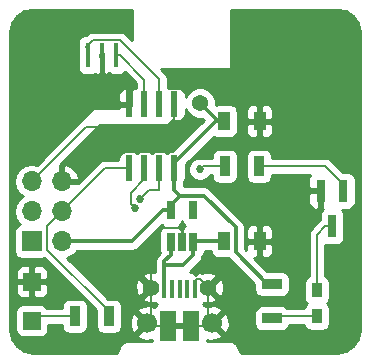
<source format=gbr>
G04 #@! TF.FileFunction,Copper,L1,Top,Signal*
%FSLAX46Y46*%
G04 Gerber Fmt 4.6, Leading zero omitted, Abs format (unit mm)*
G04 Created by KiCad (PCBNEW 4.0.7) date 01/03/18 15:17:12*
%MOMM*%
%LPD*%
G01*
G04 APERTURE LIST*
%ADD10C,0.100000*%
%ADD11R,1.000000X1.600000*%
%ADD12R,1.700000X1.700000*%
%ADD13O,1.700000X1.700000*%
%ADD14R,0.650000X1.560000*%
%ADD15R,0.400000X1.650000*%
%ADD16C,1.400000*%
%ADD17C,1.700000*%
%ADD18R,1.430000X2.500000*%
%ADD19R,0.800000X1.900000*%
%ADD20R,0.900000X1.700000*%
%ADD21R,1.700000X0.900000*%
%ADD22R,0.400000X2.100000*%
%ADD23R,0.480000X2.200000*%
%ADD24R,1.500000X1.500000*%
%ADD25R,0.900000X1.200000*%
%ADD26C,1.371600*%
%ADD27C,0.685800*%
%ADD28C,0.304800*%
%ADD29C,0.152400*%
%ADD30C,0.254000*%
G04 APERTURE END LIST*
D10*
D11*
X163600000Y-124460000D03*
X166600000Y-124460000D03*
X163600000Y-114300000D03*
X166600000Y-114300000D03*
D12*
X147320000Y-124460000D03*
D13*
X149860000Y-124460000D03*
X147320000Y-121920000D03*
X149860000Y-121920000D03*
X147320000Y-119380000D03*
X149860000Y-119380000D03*
D14*
X159070000Y-124540000D03*
X160020000Y-124540000D03*
X160970000Y-124540000D03*
X160970000Y-121840000D03*
X159070000Y-121840000D03*
D15*
X158530000Y-128500000D03*
X159180000Y-128500000D03*
X159830000Y-128500000D03*
X160480000Y-128500000D03*
X161130000Y-128500000D03*
D16*
X157410000Y-128380000D03*
X162250000Y-128380000D03*
D17*
X157100000Y-131380000D03*
X162560000Y-131380000D03*
D18*
X158870000Y-131620000D03*
X160790000Y-131620000D03*
D19*
X173670000Y-120190000D03*
X171770000Y-120190000D03*
X172720000Y-123190000D03*
D20*
X153850000Y-130810000D03*
X150950000Y-130810000D03*
X163650000Y-118110000D03*
X166550000Y-118110000D03*
D21*
X167640000Y-128090000D03*
X167640000Y-130990000D03*
D22*
X152032000Y-108712000D03*
X153232000Y-108712000D03*
X154432000Y-108712000D03*
D23*
X159371624Y-118265776D03*
X159371624Y-112865776D03*
X158101624Y-118265776D03*
X158101624Y-112865776D03*
X156831624Y-118265776D03*
X156831624Y-112865776D03*
X155561624Y-118265776D03*
X155561624Y-112865776D03*
D24*
X147320000Y-131190000D03*
X147320000Y-127890000D03*
D25*
X171450000Y-128610000D03*
X171450000Y-130810000D03*
D26*
X161544000Y-112760000D03*
D27*
X156026509Y-121618983D03*
X161544000Y-118364000D03*
X156464000Y-120904000D03*
D28*
X163600000Y-124460000D02*
X161050000Y-124460000D01*
X161050000Y-124460000D02*
X160970000Y-124540000D01*
X158522799Y-126172001D02*
X158522799Y-126492000D01*
X158522799Y-126492000D02*
X158522799Y-127309239D01*
X160970000Y-124540000D02*
X160970000Y-125624800D01*
X160970000Y-125624800D02*
X160102800Y-126492000D01*
X160102800Y-126492000D02*
X158522799Y-126492000D01*
X159070000Y-124540000D02*
X159070000Y-125624800D01*
X159070000Y-125624800D02*
X158522799Y-126172001D01*
X158522799Y-127309239D02*
X158522799Y-127780141D01*
D29*
X160020000Y-124540000D02*
X160020000Y-123607600D01*
X160020000Y-123607600D02*
X159791399Y-123378999D01*
X159791399Y-123378999D02*
X158440199Y-123378999D01*
X158440199Y-123378999D02*
X157410000Y-124409198D01*
X157410000Y-124409198D02*
X157410000Y-127390051D01*
X157410000Y-127390051D02*
X157410000Y-128380000D01*
X157410000Y-128380000D02*
X157410000Y-131070000D01*
X157410000Y-131070000D02*
X157100000Y-131380000D01*
X160790000Y-131620000D02*
X162320000Y-131620000D01*
X162320000Y-131620000D02*
X162560000Y-131380000D01*
X158870000Y-131620000D02*
X157340000Y-131620000D01*
X157340000Y-131620000D02*
X157100000Y-131380000D01*
X162250000Y-128380000D02*
X162250000Y-131070000D01*
X162250000Y-131070000D02*
X162560000Y-131380000D01*
X161130000Y-128500000D02*
X161130000Y-127875000D01*
X161130000Y-127875000D02*
X161324999Y-127680001D01*
X161550001Y-127680001D02*
X162250000Y-128380000D01*
X161324999Y-127680001D02*
X161550001Y-127680001D01*
D28*
X163600000Y-114300000D02*
X163084000Y-114300000D01*
X163084000Y-114300000D02*
X161544000Y-112760000D01*
X151891999Y-124460000D02*
X149860000Y-124460000D01*
X155820200Y-124460000D02*
X151891999Y-124460000D01*
X158440200Y-121840000D02*
X155820200Y-124460000D01*
X159070000Y-121840000D02*
X158440200Y-121840000D01*
X159385000Y-118270000D02*
X159385000Y-117795000D01*
X162880000Y-114300000D02*
X163600000Y-114300000D01*
X159385000Y-117795000D02*
X162880000Y-114300000D01*
X159852201Y-120602799D02*
X159385000Y-120135598D01*
X159385000Y-120135598D02*
X159385000Y-118270000D01*
X167640000Y-128090000D02*
X167240000Y-128090000D01*
X167240000Y-128090000D02*
X164557201Y-125407201D01*
X164557201Y-125407201D02*
X164557201Y-123294239D01*
X164557201Y-123294239D02*
X161865761Y-120602799D01*
X161865761Y-120602799D02*
X159852201Y-120602799D01*
X159852201Y-120602799D02*
X159070000Y-121385000D01*
X159070000Y-121385000D02*
X159070000Y-121840000D01*
D29*
X156845000Y-119197400D02*
X155683610Y-120358790D01*
X156845000Y-118270000D02*
X156845000Y-119197400D01*
X155683610Y-121276084D02*
X156026509Y-121618983D01*
X155683610Y-120358790D02*
X155683610Y-121276084D01*
X163650000Y-118110000D02*
X161798000Y-118110000D01*
X161798000Y-118110000D02*
X161544000Y-118364000D01*
X158115000Y-120098822D02*
X157269178Y-120098822D01*
X157269178Y-120098822D02*
X156464000Y-120904000D01*
X158115000Y-118270000D02*
X158115000Y-120098822D01*
X149010001Y-122769999D02*
X149860000Y-121920000D01*
X148628999Y-123151001D02*
X149010001Y-122769999D01*
X153850000Y-130810000D02*
X153850000Y-130410000D01*
X148628999Y-125188999D02*
X148628999Y-123151001D01*
X153850000Y-130410000D02*
X148628999Y-125188999D01*
X155575000Y-118270000D02*
X153510000Y-118270000D01*
X153510000Y-118270000D02*
X149860000Y-121920000D01*
X151892000Y-114808000D02*
X148169999Y-118530001D01*
X158681800Y-114808000D02*
X151892000Y-114808000D01*
X159371624Y-112865776D02*
X159371624Y-114118176D01*
X159371624Y-114118176D02*
X158681800Y-114808000D01*
X159385000Y-112870000D02*
X159385000Y-113345000D01*
X148169999Y-118530001D02*
X147320000Y-119380000D01*
X150950000Y-130810000D02*
X147700000Y-130810000D01*
X147700000Y-130810000D02*
X147320000Y-131190000D01*
X171450000Y-128610000D02*
X171450000Y-123907600D01*
X171450000Y-123907600D02*
X172167600Y-123190000D01*
X172167600Y-123190000D02*
X172720000Y-123190000D01*
X171450000Y-130810000D02*
X167820000Y-130810000D01*
X167820000Y-130810000D02*
X167640000Y-130990000D01*
X158115000Y-110733518D02*
X155448000Y-108066518D01*
X155448000Y-108066518D02*
X154814881Y-107433399D01*
X152032000Y-107862000D02*
X152032000Y-108712000D01*
X154814881Y-107433399D02*
X152460601Y-107433399D01*
X152460601Y-107433399D02*
X152032000Y-107862000D01*
X152460601Y-107433399D02*
X151892000Y-108002000D01*
X158115000Y-112870000D02*
X158115000Y-110733518D01*
X156845000Y-112870000D02*
X156845000Y-110772600D01*
X154784400Y-108712000D02*
X154432000Y-108712000D01*
X156845000Y-110772600D02*
X154784400Y-108712000D01*
X173670000Y-120190000D02*
X173670000Y-119640000D01*
X173670000Y-119640000D02*
X172140000Y-118110000D01*
X172140000Y-118110000D02*
X167152400Y-118110000D01*
X167152400Y-118110000D02*
X166550000Y-118110000D01*
D30*
G36*
X155829000Y-107441729D02*
X155317775Y-106930505D01*
X155087046Y-106776336D01*
X154814881Y-106722199D01*
X152460601Y-106722199D01*
X152233591Y-106767354D01*
X152188436Y-106776336D01*
X151957706Y-106930505D01*
X151873651Y-107014560D01*
X151832000Y-107014560D01*
X151596683Y-107058838D01*
X151380559Y-107197910D01*
X151235569Y-107410110D01*
X151184560Y-107662000D01*
X151184560Y-107983097D01*
X151180800Y-108002000D01*
X151184560Y-108020903D01*
X151184560Y-109762000D01*
X151228838Y-109997317D01*
X151367910Y-110213441D01*
X151580110Y-110358431D01*
X151832000Y-110409440D01*
X152232000Y-110409440D01*
X152467317Y-110365162D01*
X152631493Y-110259518D01*
X152672302Y-110300327D01*
X152905691Y-110397000D01*
X152973250Y-110397000D01*
X153132000Y-110238250D01*
X153132000Y-108839000D01*
X153085000Y-108839000D01*
X153085000Y-108585000D01*
X153132000Y-108585000D01*
X153132000Y-108565000D01*
X153332000Y-108565000D01*
X153332000Y-108585000D01*
X153379000Y-108585000D01*
X153379000Y-108839000D01*
X153332000Y-108839000D01*
X153332000Y-110238250D01*
X153490750Y-110397000D01*
X153558309Y-110397000D01*
X153791698Y-110300327D01*
X153833660Y-110258366D01*
X153980110Y-110358431D01*
X154232000Y-110409440D01*
X154632000Y-110409440D01*
X154867317Y-110365162D01*
X155083441Y-110226090D01*
X155168384Y-110101772D01*
X156133800Y-111067189D01*
X156133800Y-111514879D01*
X156001310Y-111460000D01*
X155860750Y-111460000D01*
X155702000Y-111618750D01*
X155702000Y-112743000D01*
X155722000Y-112743000D01*
X155722000Y-112997000D01*
X155702000Y-112997000D01*
X155702000Y-113017000D01*
X155448000Y-113017000D01*
X155448000Y-112997000D01*
X154798750Y-112997000D01*
X154640000Y-113155750D01*
X154640000Y-113162401D01*
X152826399Y-113162401D01*
X152599389Y-113207556D01*
X152554234Y-113216538D01*
X152323505Y-113370707D01*
X147724532Y-117969680D01*
X147349093Y-117895000D01*
X147290907Y-117895000D01*
X146722622Y-118008039D01*
X146240853Y-118329946D01*
X145918946Y-118811715D01*
X145805907Y-119380000D01*
X145918946Y-119948285D01*
X146240853Y-120430054D01*
X146570026Y-120650000D01*
X146240853Y-120869946D01*
X145918946Y-121351715D01*
X145805907Y-121920000D01*
X145918946Y-122488285D01*
X146240853Y-122970054D01*
X146282452Y-122997850D01*
X146234683Y-123006838D01*
X146018559Y-123145910D01*
X145873569Y-123358110D01*
X145822560Y-123610000D01*
X145822560Y-125310000D01*
X145866838Y-125545317D01*
X146005910Y-125761441D01*
X146218110Y-125906431D01*
X146470000Y-125957440D01*
X148170000Y-125957440D01*
X148356550Y-125922338D01*
X152752560Y-130318349D01*
X152752560Y-131660000D01*
X152796838Y-131895317D01*
X152935910Y-132111441D01*
X153148110Y-132256431D01*
X153400000Y-132307440D01*
X154300000Y-132307440D01*
X154535317Y-132263162D01*
X154751441Y-132124090D01*
X154896431Y-131911890D01*
X154947440Y-131660000D01*
X154947440Y-131151279D01*
X155603282Y-131151279D01*
X155629685Y-131741458D01*
X155804741Y-132164080D01*
X156056042Y-132244353D01*
X156920395Y-131380000D01*
X156056042Y-130515647D01*
X155804741Y-130595920D01*
X155603282Y-131151279D01*
X154947440Y-131151279D01*
X154947440Y-129960000D01*
X154903162Y-129724683D01*
X154764090Y-129508559D01*
X154551890Y-129363569D01*
X154300000Y-129312560D01*
X153758349Y-129312560D01*
X152632911Y-128187122D01*
X156062581Y-128187122D01*
X156091336Y-128717440D01*
X156238958Y-129073831D01*
X156474725Y-129135669D01*
X157230395Y-128380000D01*
X156474725Y-127624331D01*
X156238958Y-127686169D01*
X156062581Y-128187122D01*
X152632911Y-128187122D01*
X150307552Y-125861763D01*
X150457378Y-125831961D01*
X150939147Y-125510054D01*
X151114646Y-125247400D01*
X155820200Y-125247400D01*
X156121525Y-125187463D01*
X156376976Y-125016776D01*
X158305506Y-123088246D01*
X158456232Y-123191233D01*
X158293559Y-123295910D01*
X158148569Y-123508110D01*
X158097560Y-123760000D01*
X158097560Y-125320000D01*
X158123482Y-125457766D01*
X157966023Y-125615225D01*
X157795336Y-125870676D01*
X157735399Y-126172001D01*
X157735399Y-127079239D01*
X157602878Y-127032581D01*
X157072560Y-127061336D01*
X156716169Y-127208958D01*
X156654331Y-127444725D01*
X157410000Y-128200395D01*
X157424143Y-128186253D01*
X157603748Y-128365858D01*
X157589605Y-128380000D01*
X157603748Y-128394143D01*
X157424143Y-128573748D01*
X157410000Y-128559605D01*
X156654331Y-129315275D01*
X156716169Y-129551042D01*
X157217122Y-129727419D01*
X157747440Y-129698664D01*
X157801463Y-129676287D01*
X157865910Y-129776441D01*
X157889587Y-129792619D01*
X157795301Y-129831673D01*
X157633231Y-129993744D01*
X157328721Y-129883282D01*
X156738542Y-129909685D01*
X156315920Y-130084741D01*
X156235647Y-130336042D01*
X157100000Y-131200395D01*
X157114143Y-131186253D01*
X157293748Y-131365858D01*
X157279605Y-131380000D01*
X157293748Y-131394143D01*
X157114143Y-131573748D01*
X157100000Y-131559605D01*
X156235647Y-132423958D01*
X156315920Y-132675259D01*
X156871279Y-132876718D01*
X157461458Y-132850315D01*
X157520000Y-132826066D01*
X157520000Y-132894000D01*
X155448000Y-132894000D01*
X155336397Y-132916199D01*
X155223478Y-132930434D01*
X155201312Y-132943070D01*
X155176295Y-132948046D01*
X155081677Y-133011267D01*
X154982807Y-133067628D01*
X154967167Y-133087780D01*
X154945954Y-133101954D01*
X154882729Y-133196578D01*
X154812957Y-133286478D01*
X154501196Y-133910000D01*
X147389931Y-133910000D01*
X146625011Y-133757848D01*
X146035830Y-133364170D01*
X145642152Y-132774989D01*
X145490000Y-132010069D01*
X145490000Y-130440000D01*
X145922560Y-130440000D01*
X145922560Y-131940000D01*
X145966838Y-132175317D01*
X146105910Y-132391441D01*
X146318110Y-132536431D01*
X146570000Y-132587440D01*
X148070000Y-132587440D01*
X148305317Y-132543162D01*
X148521441Y-132404090D01*
X148666431Y-132191890D01*
X148717440Y-131940000D01*
X148717440Y-131521200D01*
X149852560Y-131521200D01*
X149852560Y-131660000D01*
X149896838Y-131895317D01*
X150035910Y-132111441D01*
X150248110Y-132256431D01*
X150500000Y-132307440D01*
X151400000Y-132307440D01*
X151635317Y-132263162D01*
X151851441Y-132124090D01*
X151996431Y-131911890D01*
X152047440Y-131660000D01*
X152047440Y-129960000D01*
X152003162Y-129724683D01*
X151864090Y-129508559D01*
X151651890Y-129363569D01*
X151400000Y-129312560D01*
X150500000Y-129312560D01*
X150264683Y-129356838D01*
X150048559Y-129495910D01*
X149903569Y-129708110D01*
X149852560Y-129960000D01*
X149852560Y-130098800D01*
X148605028Y-130098800D01*
X148534090Y-129988559D01*
X148321890Y-129843569D01*
X148070000Y-129792560D01*
X146570000Y-129792560D01*
X146334683Y-129836838D01*
X146118559Y-129975910D01*
X145973569Y-130188110D01*
X145922560Y-130440000D01*
X145490000Y-130440000D01*
X145490000Y-128175750D01*
X145935000Y-128175750D01*
X145935000Y-128766309D01*
X146031673Y-128999698D01*
X146210301Y-129178327D01*
X146443690Y-129275000D01*
X147034250Y-129275000D01*
X147193000Y-129116250D01*
X147193000Y-128017000D01*
X147447000Y-128017000D01*
X147447000Y-129116250D01*
X147605750Y-129275000D01*
X148196310Y-129275000D01*
X148429699Y-129178327D01*
X148608327Y-128999698D01*
X148705000Y-128766309D01*
X148705000Y-128175750D01*
X148546250Y-128017000D01*
X147447000Y-128017000D01*
X147193000Y-128017000D01*
X146093750Y-128017000D01*
X145935000Y-128175750D01*
X145490000Y-128175750D01*
X145490000Y-127013691D01*
X145935000Y-127013691D01*
X145935000Y-127604250D01*
X146093750Y-127763000D01*
X147193000Y-127763000D01*
X147193000Y-126663750D01*
X147447000Y-126663750D01*
X147447000Y-127763000D01*
X148546250Y-127763000D01*
X148705000Y-127604250D01*
X148705000Y-127013691D01*
X148608327Y-126780302D01*
X148429699Y-126601673D01*
X148196310Y-126505000D01*
X147605750Y-126505000D01*
X147447000Y-126663750D01*
X147193000Y-126663750D01*
X147034250Y-126505000D01*
X146443690Y-126505000D01*
X146210301Y-126601673D01*
X146031673Y-126780302D01*
X145935000Y-127013691D01*
X145490000Y-127013691D01*
X145490000Y-111968691D01*
X154640000Y-111968691D01*
X154640000Y-112584250D01*
X154798750Y-112743000D01*
X155448000Y-112743000D01*
X155448000Y-111618750D01*
X155289250Y-111460000D01*
X155148690Y-111460000D01*
X154915301Y-111556673D01*
X154736673Y-111735302D01*
X154640000Y-111968691D01*
X145490000Y-111968691D01*
X145490000Y-106749931D01*
X145642152Y-105985011D01*
X146035830Y-105395830D01*
X146625011Y-105002152D01*
X147389931Y-104850000D01*
X155829000Y-104850000D01*
X155829000Y-107441729D01*
X155829000Y-107441729D01*
G37*
X155829000Y-107441729D02*
X155317775Y-106930505D01*
X155087046Y-106776336D01*
X154814881Y-106722199D01*
X152460601Y-106722199D01*
X152233591Y-106767354D01*
X152188436Y-106776336D01*
X151957706Y-106930505D01*
X151873651Y-107014560D01*
X151832000Y-107014560D01*
X151596683Y-107058838D01*
X151380559Y-107197910D01*
X151235569Y-107410110D01*
X151184560Y-107662000D01*
X151184560Y-107983097D01*
X151180800Y-108002000D01*
X151184560Y-108020903D01*
X151184560Y-109762000D01*
X151228838Y-109997317D01*
X151367910Y-110213441D01*
X151580110Y-110358431D01*
X151832000Y-110409440D01*
X152232000Y-110409440D01*
X152467317Y-110365162D01*
X152631493Y-110259518D01*
X152672302Y-110300327D01*
X152905691Y-110397000D01*
X152973250Y-110397000D01*
X153132000Y-110238250D01*
X153132000Y-108839000D01*
X153085000Y-108839000D01*
X153085000Y-108585000D01*
X153132000Y-108585000D01*
X153132000Y-108565000D01*
X153332000Y-108565000D01*
X153332000Y-108585000D01*
X153379000Y-108585000D01*
X153379000Y-108839000D01*
X153332000Y-108839000D01*
X153332000Y-110238250D01*
X153490750Y-110397000D01*
X153558309Y-110397000D01*
X153791698Y-110300327D01*
X153833660Y-110258366D01*
X153980110Y-110358431D01*
X154232000Y-110409440D01*
X154632000Y-110409440D01*
X154867317Y-110365162D01*
X155083441Y-110226090D01*
X155168384Y-110101772D01*
X156133800Y-111067189D01*
X156133800Y-111514879D01*
X156001310Y-111460000D01*
X155860750Y-111460000D01*
X155702000Y-111618750D01*
X155702000Y-112743000D01*
X155722000Y-112743000D01*
X155722000Y-112997000D01*
X155702000Y-112997000D01*
X155702000Y-113017000D01*
X155448000Y-113017000D01*
X155448000Y-112997000D01*
X154798750Y-112997000D01*
X154640000Y-113155750D01*
X154640000Y-113162401D01*
X152826399Y-113162401D01*
X152599389Y-113207556D01*
X152554234Y-113216538D01*
X152323505Y-113370707D01*
X147724532Y-117969680D01*
X147349093Y-117895000D01*
X147290907Y-117895000D01*
X146722622Y-118008039D01*
X146240853Y-118329946D01*
X145918946Y-118811715D01*
X145805907Y-119380000D01*
X145918946Y-119948285D01*
X146240853Y-120430054D01*
X146570026Y-120650000D01*
X146240853Y-120869946D01*
X145918946Y-121351715D01*
X145805907Y-121920000D01*
X145918946Y-122488285D01*
X146240853Y-122970054D01*
X146282452Y-122997850D01*
X146234683Y-123006838D01*
X146018559Y-123145910D01*
X145873569Y-123358110D01*
X145822560Y-123610000D01*
X145822560Y-125310000D01*
X145866838Y-125545317D01*
X146005910Y-125761441D01*
X146218110Y-125906431D01*
X146470000Y-125957440D01*
X148170000Y-125957440D01*
X148356550Y-125922338D01*
X152752560Y-130318349D01*
X152752560Y-131660000D01*
X152796838Y-131895317D01*
X152935910Y-132111441D01*
X153148110Y-132256431D01*
X153400000Y-132307440D01*
X154300000Y-132307440D01*
X154535317Y-132263162D01*
X154751441Y-132124090D01*
X154896431Y-131911890D01*
X154947440Y-131660000D01*
X154947440Y-131151279D01*
X155603282Y-131151279D01*
X155629685Y-131741458D01*
X155804741Y-132164080D01*
X156056042Y-132244353D01*
X156920395Y-131380000D01*
X156056042Y-130515647D01*
X155804741Y-130595920D01*
X155603282Y-131151279D01*
X154947440Y-131151279D01*
X154947440Y-129960000D01*
X154903162Y-129724683D01*
X154764090Y-129508559D01*
X154551890Y-129363569D01*
X154300000Y-129312560D01*
X153758349Y-129312560D01*
X152632911Y-128187122D01*
X156062581Y-128187122D01*
X156091336Y-128717440D01*
X156238958Y-129073831D01*
X156474725Y-129135669D01*
X157230395Y-128380000D01*
X156474725Y-127624331D01*
X156238958Y-127686169D01*
X156062581Y-128187122D01*
X152632911Y-128187122D01*
X150307552Y-125861763D01*
X150457378Y-125831961D01*
X150939147Y-125510054D01*
X151114646Y-125247400D01*
X155820200Y-125247400D01*
X156121525Y-125187463D01*
X156376976Y-125016776D01*
X158305506Y-123088246D01*
X158456232Y-123191233D01*
X158293559Y-123295910D01*
X158148569Y-123508110D01*
X158097560Y-123760000D01*
X158097560Y-125320000D01*
X158123482Y-125457766D01*
X157966023Y-125615225D01*
X157795336Y-125870676D01*
X157735399Y-126172001D01*
X157735399Y-127079239D01*
X157602878Y-127032581D01*
X157072560Y-127061336D01*
X156716169Y-127208958D01*
X156654331Y-127444725D01*
X157410000Y-128200395D01*
X157424143Y-128186253D01*
X157603748Y-128365858D01*
X157589605Y-128380000D01*
X157603748Y-128394143D01*
X157424143Y-128573748D01*
X157410000Y-128559605D01*
X156654331Y-129315275D01*
X156716169Y-129551042D01*
X157217122Y-129727419D01*
X157747440Y-129698664D01*
X157801463Y-129676287D01*
X157865910Y-129776441D01*
X157889587Y-129792619D01*
X157795301Y-129831673D01*
X157633231Y-129993744D01*
X157328721Y-129883282D01*
X156738542Y-129909685D01*
X156315920Y-130084741D01*
X156235647Y-130336042D01*
X157100000Y-131200395D01*
X157114143Y-131186253D01*
X157293748Y-131365858D01*
X157279605Y-131380000D01*
X157293748Y-131394143D01*
X157114143Y-131573748D01*
X157100000Y-131559605D01*
X156235647Y-132423958D01*
X156315920Y-132675259D01*
X156871279Y-132876718D01*
X157461458Y-132850315D01*
X157520000Y-132826066D01*
X157520000Y-132894000D01*
X155448000Y-132894000D01*
X155336397Y-132916199D01*
X155223478Y-132930434D01*
X155201312Y-132943070D01*
X155176295Y-132948046D01*
X155081677Y-133011267D01*
X154982807Y-133067628D01*
X154967167Y-133087780D01*
X154945954Y-133101954D01*
X154882729Y-133196578D01*
X154812957Y-133286478D01*
X154501196Y-133910000D01*
X147389931Y-133910000D01*
X146625011Y-133757848D01*
X146035830Y-133364170D01*
X145642152Y-132774989D01*
X145490000Y-132010069D01*
X145490000Y-130440000D01*
X145922560Y-130440000D01*
X145922560Y-131940000D01*
X145966838Y-132175317D01*
X146105910Y-132391441D01*
X146318110Y-132536431D01*
X146570000Y-132587440D01*
X148070000Y-132587440D01*
X148305317Y-132543162D01*
X148521441Y-132404090D01*
X148666431Y-132191890D01*
X148717440Y-131940000D01*
X148717440Y-131521200D01*
X149852560Y-131521200D01*
X149852560Y-131660000D01*
X149896838Y-131895317D01*
X150035910Y-132111441D01*
X150248110Y-132256431D01*
X150500000Y-132307440D01*
X151400000Y-132307440D01*
X151635317Y-132263162D01*
X151851441Y-132124090D01*
X151996431Y-131911890D01*
X152047440Y-131660000D01*
X152047440Y-129960000D01*
X152003162Y-129724683D01*
X151864090Y-129508559D01*
X151651890Y-129363569D01*
X151400000Y-129312560D01*
X150500000Y-129312560D01*
X150264683Y-129356838D01*
X150048559Y-129495910D01*
X149903569Y-129708110D01*
X149852560Y-129960000D01*
X149852560Y-130098800D01*
X148605028Y-130098800D01*
X148534090Y-129988559D01*
X148321890Y-129843569D01*
X148070000Y-129792560D01*
X146570000Y-129792560D01*
X146334683Y-129836838D01*
X146118559Y-129975910D01*
X145973569Y-130188110D01*
X145922560Y-130440000D01*
X145490000Y-130440000D01*
X145490000Y-128175750D01*
X145935000Y-128175750D01*
X145935000Y-128766309D01*
X146031673Y-128999698D01*
X146210301Y-129178327D01*
X146443690Y-129275000D01*
X147034250Y-129275000D01*
X147193000Y-129116250D01*
X147193000Y-128017000D01*
X147447000Y-128017000D01*
X147447000Y-129116250D01*
X147605750Y-129275000D01*
X148196310Y-129275000D01*
X148429699Y-129178327D01*
X148608327Y-128999698D01*
X148705000Y-128766309D01*
X148705000Y-128175750D01*
X148546250Y-128017000D01*
X147447000Y-128017000D01*
X147193000Y-128017000D01*
X146093750Y-128017000D01*
X145935000Y-128175750D01*
X145490000Y-128175750D01*
X145490000Y-127013691D01*
X145935000Y-127013691D01*
X145935000Y-127604250D01*
X146093750Y-127763000D01*
X147193000Y-127763000D01*
X147193000Y-126663750D01*
X147447000Y-126663750D01*
X147447000Y-127763000D01*
X148546250Y-127763000D01*
X148705000Y-127604250D01*
X148705000Y-127013691D01*
X148608327Y-126780302D01*
X148429699Y-126601673D01*
X148196310Y-126505000D01*
X147605750Y-126505000D01*
X147447000Y-126663750D01*
X147193000Y-126663750D01*
X147034250Y-126505000D01*
X146443690Y-126505000D01*
X146210301Y-126601673D01*
X146031673Y-126780302D01*
X145935000Y-127013691D01*
X145490000Y-127013691D01*
X145490000Y-111968691D01*
X154640000Y-111968691D01*
X154640000Y-112584250D01*
X154798750Y-112743000D01*
X155448000Y-112743000D01*
X155448000Y-111618750D01*
X155289250Y-111460000D01*
X155148690Y-111460000D01*
X154915301Y-111556673D01*
X154736673Y-111735302D01*
X154640000Y-111968691D01*
X145490000Y-111968691D01*
X145490000Y-106749931D01*
X145642152Y-105985011D01*
X146035830Y-105395830D01*
X146625011Y-105002152D01*
X147389931Y-104850000D01*
X155829000Y-104850000D01*
X155829000Y-107441729D01*
G36*
X173922989Y-105002152D02*
X174512170Y-105395830D01*
X174905848Y-105985011D01*
X175058000Y-106749931D01*
X175058000Y-132010069D01*
X174905848Y-132774989D01*
X174512170Y-133364170D01*
X173922989Y-133757848D01*
X173158069Y-133910000D01*
X165030804Y-133910000D01*
X164719043Y-133286478D01*
X164649271Y-133196578D01*
X164586046Y-133101954D01*
X164564833Y-133087780D01*
X164549193Y-133067628D01*
X164450327Y-133011270D01*
X164355705Y-132948046D01*
X164330686Y-132943069D01*
X164308522Y-132930435D01*
X164195617Y-132916202D01*
X164084000Y-132894000D01*
X162140000Y-132894000D01*
X162140000Y-132807331D01*
X162331279Y-132876718D01*
X162921458Y-132850315D01*
X163344080Y-132675259D01*
X163424353Y-132423958D01*
X162560000Y-131559605D01*
X162545858Y-131573748D01*
X162366253Y-131394143D01*
X162380395Y-131380000D01*
X162739605Y-131380000D01*
X163603958Y-132244353D01*
X163855259Y-132164080D01*
X164056718Y-131608721D01*
X164030315Y-131018542D01*
X163855259Y-130595920D01*
X163603958Y-130515647D01*
X162739605Y-131380000D01*
X162380395Y-131380000D01*
X162366253Y-131365858D01*
X162545858Y-131186253D01*
X162560000Y-131200395D01*
X163424353Y-130336042D01*
X163344080Y-130084741D01*
X162788721Y-129883282D01*
X162198542Y-129909685D01*
X162017642Y-129984616D01*
X161864699Y-129831673D01*
X161763338Y-129789688D01*
X161868327Y-129684698D01*
X161876913Y-129663970D01*
X162057122Y-129727419D01*
X162587440Y-129698664D01*
X162943831Y-129551042D01*
X163005669Y-129315275D01*
X162250000Y-128559605D01*
X162235858Y-128573748D01*
X162056252Y-128394142D01*
X162070395Y-128380000D01*
X162429605Y-128380000D01*
X163185275Y-129135669D01*
X163421042Y-129073831D01*
X163597419Y-128572878D01*
X163568664Y-128042560D01*
X163421042Y-127686169D01*
X163185275Y-127624331D01*
X162429605Y-128380000D01*
X162070395Y-128380000D01*
X162056252Y-128365858D01*
X162235858Y-128186253D01*
X162250000Y-128200395D01*
X163005669Y-127444725D01*
X162943831Y-127208958D01*
X162442878Y-127032581D01*
X161912560Y-127061336D01*
X161701702Y-127148676D01*
X161689699Y-127136673D01*
X161456310Y-127040000D01*
X161388750Y-127040000D01*
X161230000Y-127198750D01*
X161230000Y-127357067D01*
X161144090Y-127223559D01*
X160931890Y-127078569D01*
X160904215Y-127072965D01*
X160871250Y-127040000D01*
X160803690Y-127040000D01*
X160783247Y-127048468D01*
X160680659Y-127027693D01*
X161526776Y-126181576D01*
X161697463Y-125926125D01*
X161722673Y-125799384D01*
X161746441Y-125784090D01*
X161891431Y-125571890D01*
X161942440Y-125320000D01*
X161942440Y-125247400D01*
X162452560Y-125247400D01*
X162452560Y-125260000D01*
X162496838Y-125495317D01*
X162635910Y-125711441D01*
X162848110Y-125856431D01*
X163100000Y-125907440D01*
X163962648Y-125907440D01*
X164000425Y-125963977D01*
X166142560Y-128106112D01*
X166142560Y-128540000D01*
X166186838Y-128775317D01*
X166325910Y-128991441D01*
X166538110Y-129136431D01*
X166790000Y-129187440D01*
X168490000Y-129187440D01*
X168725317Y-129143162D01*
X168941441Y-129004090D01*
X169086431Y-128791890D01*
X169137440Y-128540000D01*
X169137440Y-127640000D01*
X169093162Y-127404683D01*
X168954090Y-127188559D01*
X168741890Y-127043569D01*
X168490000Y-126992560D01*
X167256112Y-126992560D01*
X166158552Y-125895000D01*
X166314250Y-125895000D01*
X166473000Y-125736250D01*
X166473000Y-124587000D01*
X166727000Y-124587000D01*
X166727000Y-125736250D01*
X166885750Y-125895000D01*
X167226309Y-125895000D01*
X167459698Y-125798327D01*
X167638327Y-125619699D01*
X167735000Y-125386310D01*
X167735000Y-124745750D01*
X167576250Y-124587000D01*
X166727000Y-124587000D01*
X166473000Y-124587000D01*
X165623750Y-124587000D01*
X165465000Y-124745750D01*
X165465000Y-125201448D01*
X165344601Y-125081049D01*
X165344601Y-123533690D01*
X165465000Y-123533690D01*
X165465000Y-124174250D01*
X165623750Y-124333000D01*
X166473000Y-124333000D01*
X166473000Y-123183750D01*
X166727000Y-123183750D01*
X166727000Y-124333000D01*
X167576250Y-124333000D01*
X167735000Y-124174250D01*
X167735000Y-123533690D01*
X167638327Y-123300301D01*
X167459698Y-123121673D01*
X167226309Y-123025000D01*
X166885750Y-123025000D01*
X166727000Y-123183750D01*
X166473000Y-123183750D01*
X166314250Y-123025000D01*
X165973691Y-123025000D01*
X165740302Y-123121673D01*
X165561673Y-123300301D01*
X165465000Y-123533690D01*
X165344601Y-123533690D01*
X165344601Y-123294239D01*
X165284664Y-122992914D01*
X165113977Y-122737463D01*
X162852264Y-120475750D01*
X170735000Y-120475750D01*
X170735000Y-121266309D01*
X170831673Y-121499698D01*
X171010301Y-121678327D01*
X171243690Y-121775000D01*
X171484250Y-121775000D01*
X171643000Y-121616250D01*
X171643000Y-120317000D01*
X170893750Y-120317000D01*
X170735000Y-120475750D01*
X162852264Y-120475750D01*
X162422537Y-120046023D01*
X162167086Y-119875336D01*
X161865761Y-119815399D01*
X160178353Y-119815399D01*
X160172400Y-119809446D01*
X160172400Y-119456462D01*
X160281431Y-119296890D01*
X160332440Y-119045000D01*
X160332440Y-118557663D01*
X160565931Y-118557663D01*
X160714493Y-118917212D01*
X160989341Y-119192540D01*
X161348630Y-119341730D01*
X161737663Y-119342069D01*
X162097212Y-119193507D01*
X162372540Y-118918659D01*
X162413009Y-118821200D01*
X162552560Y-118821200D01*
X162552560Y-118960000D01*
X162596838Y-119195317D01*
X162735910Y-119411441D01*
X162948110Y-119556431D01*
X163200000Y-119607440D01*
X164100000Y-119607440D01*
X164335317Y-119563162D01*
X164551441Y-119424090D01*
X164696431Y-119211890D01*
X164747440Y-118960000D01*
X164747440Y-117260000D01*
X165452560Y-117260000D01*
X165452560Y-118960000D01*
X165496838Y-119195317D01*
X165635910Y-119411441D01*
X165848110Y-119556431D01*
X166100000Y-119607440D01*
X167000000Y-119607440D01*
X167235317Y-119563162D01*
X167451441Y-119424090D01*
X167596431Y-119211890D01*
X167647440Y-118960000D01*
X167647440Y-118821200D01*
X170890775Y-118821200D01*
X170831673Y-118880302D01*
X170735000Y-119113691D01*
X170735000Y-119904250D01*
X170893750Y-120063000D01*
X171643000Y-120063000D01*
X171643000Y-120043000D01*
X171897000Y-120043000D01*
X171897000Y-120063000D01*
X171917000Y-120063000D01*
X171917000Y-120317000D01*
X171897000Y-120317000D01*
X171897000Y-121616250D01*
X171983012Y-121702262D01*
X171868559Y-121775910D01*
X171723569Y-121988110D01*
X171672560Y-122240000D01*
X171672560Y-122681857D01*
X171664706Y-122687105D01*
X170947106Y-123404706D01*
X170792937Y-123635435D01*
X170747830Y-123862201D01*
X170738800Y-123907600D01*
X170738800Y-127423493D01*
X170548559Y-127545910D01*
X170403569Y-127758110D01*
X170352560Y-128010000D01*
X170352560Y-129210000D01*
X170396838Y-129445317D01*
X170535910Y-129661441D01*
X170605711Y-129709134D01*
X170548559Y-129745910D01*
X170403569Y-129958110D01*
X170375079Y-130098800D01*
X168960680Y-130098800D01*
X168954090Y-130088559D01*
X168741890Y-129943569D01*
X168490000Y-129892560D01*
X166790000Y-129892560D01*
X166554683Y-129936838D01*
X166338559Y-130075910D01*
X166193569Y-130288110D01*
X166142560Y-130540000D01*
X166142560Y-131440000D01*
X166186838Y-131675317D01*
X166325910Y-131891441D01*
X166538110Y-132036431D01*
X166790000Y-132087440D01*
X168490000Y-132087440D01*
X168725317Y-132043162D01*
X168941441Y-131904090D01*
X169086431Y-131691890D01*
X169120997Y-131521200D01*
X170373484Y-131521200D01*
X170396838Y-131645317D01*
X170535910Y-131861441D01*
X170748110Y-132006431D01*
X171000000Y-132057440D01*
X171900000Y-132057440D01*
X172135317Y-132013162D01*
X172351441Y-131874090D01*
X172496431Y-131661890D01*
X172547440Y-131410000D01*
X172547440Y-130210000D01*
X172503162Y-129974683D01*
X172364090Y-129758559D01*
X172294289Y-129710866D01*
X172351441Y-129674090D01*
X172496431Y-129461890D01*
X172547440Y-129210000D01*
X172547440Y-128010000D01*
X172503162Y-127774683D01*
X172364090Y-127558559D01*
X172161200Y-127419930D01*
X172161200Y-124755282D01*
X172320000Y-124787440D01*
X173120000Y-124787440D01*
X173355317Y-124743162D01*
X173571441Y-124604090D01*
X173716431Y-124391890D01*
X173767440Y-124140000D01*
X173767440Y-122240000D01*
X173723162Y-122004683D01*
X173584090Y-121788559D01*
X173582452Y-121787440D01*
X174070000Y-121787440D01*
X174305317Y-121743162D01*
X174521441Y-121604090D01*
X174666431Y-121391890D01*
X174717440Y-121140000D01*
X174717440Y-119240000D01*
X174673162Y-119004683D01*
X174534090Y-118788559D01*
X174321890Y-118643569D01*
X174070000Y-118592560D01*
X173628349Y-118592560D01*
X172642894Y-117607106D01*
X172412165Y-117452937D01*
X172140000Y-117398800D01*
X167647440Y-117398800D01*
X167647440Y-117260000D01*
X167603162Y-117024683D01*
X167464090Y-116808559D01*
X167251890Y-116663569D01*
X167000000Y-116612560D01*
X166100000Y-116612560D01*
X165864683Y-116656838D01*
X165648559Y-116795910D01*
X165503569Y-117008110D01*
X165452560Y-117260000D01*
X164747440Y-117260000D01*
X164703162Y-117024683D01*
X164564090Y-116808559D01*
X164351890Y-116663569D01*
X164100000Y-116612560D01*
X163200000Y-116612560D01*
X162964683Y-116656838D01*
X162748559Y-116795910D01*
X162603569Y-117008110D01*
X162552560Y-117260000D01*
X162552560Y-117398800D01*
X161798000Y-117398800D01*
X161778761Y-117402627D01*
X161739370Y-117386270D01*
X161350337Y-117385931D01*
X160990788Y-117534493D01*
X160715460Y-117809341D01*
X160566270Y-118168630D01*
X160565931Y-118557663D01*
X160332440Y-118557663D01*
X160332440Y-117961112D01*
X162699002Y-115594550D01*
X162848110Y-115696431D01*
X163100000Y-115747440D01*
X164100000Y-115747440D01*
X164335317Y-115703162D01*
X164551441Y-115564090D01*
X164696431Y-115351890D01*
X164747440Y-115100000D01*
X164747440Y-114585750D01*
X165465000Y-114585750D01*
X165465000Y-115226310D01*
X165561673Y-115459699D01*
X165740302Y-115638327D01*
X165973691Y-115735000D01*
X166314250Y-115735000D01*
X166473000Y-115576250D01*
X166473000Y-114427000D01*
X166727000Y-114427000D01*
X166727000Y-115576250D01*
X166885750Y-115735000D01*
X167226309Y-115735000D01*
X167459698Y-115638327D01*
X167638327Y-115459699D01*
X167735000Y-115226310D01*
X167735000Y-114585750D01*
X167576250Y-114427000D01*
X166727000Y-114427000D01*
X166473000Y-114427000D01*
X165623750Y-114427000D01*
X165465000Y-114585750D01*
X164747440Y-114585750D01*
X164747440Y-113500000D01*
X164723674Y-113373690D01*
X165465000Y-113373690D01*
X165465000Y-114014250D01*
X165623750Y-114173000D01*
X166473000Y-114173000D01*
X166473000Y-113023750D01*
X166727000Y-113023750D01*
X166727000Y-114173000D01*
X167576250Y-114173000D01*
X167735000Y-114014250D01*
X167735000Y-113373690D01*
X167638327Y-113140301D01*
X167459698Y-112961673D01*
X167226309Y-112865000D01*
X166885750Y-112865000D01*
X166727000Y-113023750D01*
X166473000Y-113023750D01*
X166314250Y-112865000D01*
X165973691Y-112865000D01*
X165740302Y-112961673D01*
X165561673Y-113140301D01*
X165465000Y-113373690D01*
X164723674Y-113373690D01*
X164703162Y-113264683D01*
X164564090Y-113048559D01*
X164351890Y-112903569D01*
X164100000Y-112852560D01*
X163100000Y-112852560D01*
X162864683Y-112896838D01*
X162864681Y-112896839D01*
X162865029Y-112498429D01*
X162664373Y-112012804D01*
X162293150Y-111640933D01*
X161807876Y-111439430D01*
X161282429Y-111438971D01*
X160796804Y-111639627D01*
X160424933Y-112010850D01*
X160332440Y-112233598D01*
X160332440Y-112095000D01*
X160288162Y-111859683D01*
X160149090Y-111643559D01*
X159936890Y-111498569D01*
X159685000Y-111447560D01*
X159085000Y-111447560D01*
X158849683Y-111491838D01*
X158826200Y-111506949D01*
X158826200Y-110733518D01*
X158772063Y-110461354D01*
X158703292Y-110358431D01*
X158617895Y-110230624D01*
X158242271Y-109855000D01*
X164084000Y-109855000D01*
X164130159Y-109846315D01*
X164172553Y-109819035D01*
X164200994Y-109777410D01*
X164211000Y-109728000D01*
X164211000Y-104850000D01*
X173158069Y-104850000D01*
X173922989Y-105002152D01*
X173922989Y-105002152D01*
G37*
X173922989Y-105002152D02*
X174512170Y-105395830D01*
X174905848Y-105985011D01*
X175058000Y-106749931D01*
X175058000Y-132010069D01*
X174905848Y-132774989D01*
X174512170Y-133364170D01*
X173922989Y-133757848D01*
X173158069Y-133910000D01*
X165030804Y-133910000D01*
X164719043Y-133286478D01*
X164649271Y-133196578D01*
X164586046Y-133101954D01*
X164564833Y-133087780D01*
X164549193Y-133067628D01*
X164450327Y-133011270D01*
X164355705Y-132948046D01*
X164330686Y-132943069D01*
X164308522Y-132930435D01*
X164195617Y-132916202D01*
X164084000Y-132894000D01*
X162140000Y-132894000D01*
X162140000Y-132807331D01*
X162331279Y-132876718D01*
X162921458Y-132850315D01*
X163344080Y-132675259D01*
X163424353Y-132423958D01*
X162560000Y-131559605D01*
X162545858Y-131573748D01*
X162366253Y-131394143D01*
X162380395Y-131380000D01*
X162739605Y-131380000D01*
X163603958Y-132244353D01*
X163855259Y-132164080D01*
X164056718Y-131608721D01*
X164030315Y-131018542D01*
X163855259Y-130595920D01*
X163603958Y-130515647D01*
X162739605Y-131380000D01*
X162380395Y-131380000D01*
X162366253Y-131365858D01*
X162545858Y-131186253D01*
X162560000Y-131200395D01*
X163424353Y-130336042D01*
X163344080Y-130084741D01*
X162788721Y-129883282D01*
X162198542Y-129909685D01*
X162017642Y-129984616D01*
X161864699Y-129831673D01*
X161763338Y-129789688D01*
X161868327Y-129684698D01*
X161876913Y-129663970D01*
X162057122Y-129727419D01*
X162587440Y-129698664D01*
X162943831Y-129551042D01*
X163005669Y-129315275D01*
X162250000Y-128559605D01*
X162235858Y-128573748D01*
X162056252Y-128394142D01*
X162070395Y-128380000D01*
X162429605Y-128380000D01*
X163185275Y-129135669D01*
X163421042Y-129073831D01*
X163597419Y-128572878D01*
X163568664Y-128042560D01*
X163421042Y-127686169D01*
X163185275Y-127624331D01*
X162429605Y-128380000D01*
X162070395Y-128380000D01*
X162056252Y-128365858D01*
X162235858Y-128186253D01*
X162250000Y-128200395D01*
X163005669Y-127444725D01*
X162943831Y-127208958D01*
X162442878Y-127032581D01*
X161912560Y-127061336D01*
X161701702Y-127148676D01*
X161689699Y-127136673D01*
X161456310Y-127040000D01*
X161388750Y-127040000D01*
X161230000Y-127198750D01*
X161230000Y-127357067D01*
X161144090Y-127223559D01*
X160931890Y-127078569D01*
X160904215Y-127072965D01*
X160871250Y-127040000D01*
X160803690Y-127040000D01*
X160783247Y-127048468D01*
X160680659Y-127027693D01*
X161526776Y-126181576D01*
X161697463Y-125926125D01*
X161722673Y-125799384D01*
X161746441Y-125784090D01*
X161891431Y-125571890D01*
X161942440Y-125320000D01*
X161942440Y-125247400D01*
X162452560Y-125247400D01*
X162452560Y-125260000D01*
X162496838Y-125495317D01*
X162635910Y-125711441D01*
X162848110Y-125856431D01*
X163100000Y-125907440D01*
X163962648Y-125907440D01*
X164000425Y-125963977D01*
X166142560Y-128106112D01*
X166142560Y-128540000D01*
X166186838Y-128775317D01*
X166325910Y-128991441D01*
X166538110Y-129136431D01*
X166790000Y-129187440D01*
X168490000Y-129187440D01*
X168725317Y-129143162D01*
X168941441Y-129004090D01*
X169086431Y-128791890D01*
X169137440Y-128540000D01*
X169137440Y-127640000D01*
X169093162Y-127404683D01*
X168954090Y-127188559D01*
X168741890Y-127043569D01*
X168490000Y-126992560D01*
X167256112Y-126992560D01*
X166158552Y-125895000D01*
X166314250Y-125895000D01*
X166473000Y-125736250D01*
X166473000Y-124587000D01*
X166727000Y-124587000D01*
X166727000Y-125736250D01*
X166885750Y-125895000D01*
X167226309Y-125895000D01*
X167459698Y-125798327D01*
X167638327Y-125619699D01*
X167735000Y-125386310D01*
X167735000Y-124745750D01*
X167576250Y-124587000D01*
X166727000Y-124587000D01*
X166473000Y-124587000D01*
X165623750Y-124587000D01*
X165465000Y-124745750D01*
X165465000Y-125201448D01*
X165344601Y-125081049D01*
X165344601Y-123533690D01*
X165465000Y-123533690D01*
X165465000Y-124174250D01*
X165623750Y-124333000D01*
X166473000Y-124333000D01*
X166473000Y-123183750D01*
X166727000Y-123183750D01*
X166727000Y-124333000D01*
X167576250Y-124333000D01*
X167735000Y-124174250D01*
X167735000Y-123533690D01*
X167638327Y-123300301D01*
X167459698Y-123121673D01*
X167226309Y-123025000D01*
X166885750Y-123025000D01*
X166727000Y-123183750D01*
X166473000Y-123183750D01*
X166314250Y-123025000D01*
X165973691Y-123025000D01*
X165740302Y-123121673D01*
X165561673Y-123300301D01*
X165465000Y-123533690D01*
X165344601Y-123533690D01*
X165344601Y-123294239D01*
X165284664Y-122992914D01*
X165113977Y-122737463D01*
X162852264Y-120475750D01*
X170735000Y-120475750D01*
X170735000Y-121266309D01*
X170831673Y-121499698D01*
X171010301Y-121678327D01*
X171243690Y-121775000D01*
X171484250Y-121775000D01*
X171643000Y-121616250D01*
X171643000Y-120317000D01*
X170893750Y-120317000D01*
X170735000Y-120475750D01*
X162852264Y-120475750D01*
X162422537Y-120046023D01*
X162167086Y-119875336D01*
X161865761Y-119815399D01*
X160178353Y-119815399D01*
X160172400Y-119809446D01*
X160172400Y-119456462D01*
X160281431Y-119296890D01*
X160332440Y-119045000D01*
X160332440Y-118557663D01*
X160565931Y-118557663D01*
X160714493Y-118917212D01*
X160989341Y-119192540D01*
X161348630Y-119341730D01*
X161737663Y-119342069D01*
X162097212Y-119193507D01*
X162372540Y-118918659D01*
X162413009Y-118821200D01*
X162552560Y-118821200D01*
X162552560Y-118960000D01*
X162596838Y-119195317D01*
X162735910Y-119411441D01*
X162948110Y-119556431D01*
X163200000Y-119607440D01*
X164100000Y-119607440D01*
X164335317Y-119563162D01*
X164551441Y-119424090D01*
X164696431Y-119211890D01*
X164747440Y-118960000D01*
X164747440Y-117260000D01*
X165452560Y-117260000D01*
X165452560Y-118960000D01*
X165496838Y-119195317D01*
X165635910Y-119411441D01*
X165848110Y-119556431D01*
X166100000Y-119607440D01*
X167000000Y-119607440D01*
X167235317Y-119563162D01*
X167451441Y-119424090D01*
X167596431Y-119211890D01*
X167647440Y-118960000D01*
X167647440Y-118821200D01*
X170890775Y-118821200D01*
X170831673Y-118880302D01*
X170735000Y-119113691D01*
X170735000Y-119904250D01*
X170893750Y-120063000D01*
X171643000Y-120063000D01*
X171643000Y-120043000D01*
X171897000Y-120043000D01*
X171897000Y-120063000D01*
X171917000Y-120063000D01*
X171917000Y-120317000D01*
X171897000Y-120317000D01*
X171897000Y-121616250D01*
X171983012Y-121702262D01*
X171868559Y-121775910D01*
X171723569Y-121988110D01*
X171672560Y-122240000D01*
X171672560Y-122681857D01*
X171664706Y-122687105D01*
X170947106Y-123404706D01*
X170792937Y-123635435D01*
X170747830Y-123862201D01*
X170738800Y-123907600D01*
X170738800Y-127423493D01*
X170548559Y-127545910D01*
X170403569Y-127758110D01*
X170352560Y-128010000D01*
X170352560Y-129210000D01*
X170396838Y-129445317D01*
X170535910Y-129661441D01*
X170605711Y-129709134D01*
X170548559Y-129745910D01*
X170403569Y-129958110D01*
X170375079Y-130098800D01*
X168960680Y-130098800D01*
X168954090Y-130088559D01*
X168741890Y-129943569D01*
X168490000Y-129892560D01*
X166790000Y-129892560D01*
X166554683Y-129936838D01*
X166338559Y-130075910D01*
X166193569Y-130288110D01*
X166142560Y-130540000D01*
X166142560Y-131440000D01*
X166186838Y-131675317D01*
X166325910Y-131891441D01*
X166538110Y-132036431D01*
X166790000Y-132087440D01*
X168490000Y-132087440D01*
X168725317Y-132043162D01*
X168941441Y-131904090D01*
X169086431Y-131691890D01*
X169120997Y-131521200D01*
X170373484Y-131521200D01*
X170396838Y-131645317D01*
X170535910Y-131861441D01*
X170748110Y-132006431D01*
X171000000Y-132057440D01*
X171900000Y-132057440D01*
X172135317Y-132013162D01*
X172351441Y-131874090D01*
X172496431Y-131661890D01*
X172547440Y-131410000D01*
X172547440Y-130210000D01*
X172503162Y-129974683D01*
X172364090Y-129758559D01*
X172294289Y-129710866D01*
X172351441Y-129674090D01*
X172496431Y-129461890D01*
X172547440Y-129210000D01*
X172547440Y-128010000D01*
X172503162Y-127774683D01*
X172364090Y-127558559D01*
X172161200Y-127419930D01*
X172161200Y-124755282D01*
X172320000Y-124787440D01*
X173120000Y-124787440D01*
X173355317Y-124743162D01*
X173571441Y-124604090D01*
X173716431Y-124391890D01*
X173767440Y-124140000D01*
X173767440Y-122240000D01*
X173723162Y-122004683D01*
X173584090Y-121788559D01*
X173582452Y-121787440D01*
X174070000Y-121787440D01*
X174305317Y-121743162D01*
X174521441Y-121604090D01*
X174666431Y-121391890D01*
X174717440Y-121140000D01*
X174717440Y-119240000D01*
X174673162Y-119004683D01*
X174534090Y-118788559D01*
X174321890Y-118643569D01*
X174070000Y-118592560D01*
X173628349Y-118592560D01*
X172642894Y-117607106D01*
X172412165Y-117452937D01*
X172140000Y-117398800D01*
X167647440Y-117398800D01*
X167647440Y-117260000D01*
X167603162Y-117024683D01*
X167464090Y-116808559D01*
X167251890Y-116663569D01*
X167000000Y-116612560D01*
X166100000Y-116612560D01*
X165864683Y-116656838D01*
X165648559Y-116795910D01*
X165503569Y-117008110D01*
X165452560Y-117260000D01*
X164747440Y-117260000D01*
X164703162Y-117024683D01*
X164564090Y-116808559D01*
X164351890Y-116663569D01*
X164100000Y-116612560D01*
X163200000Y-116612560D01*
X162964683Y-116656838D01*
X162748559Y-116795910D01*
X162603569Y-117008110D01*
X162552560Y-117260000D01*
X162552560Y-117398800D01*
X161798000Y-117398800D01*
X161778761Y-117402627D01*
X161739370Y-117386270D01*
X161350337Y-117385931D01*
X160990788Y-117534493D01*
X160715460Y-117809341D01*
X160566270Y-118168630D01*
X160565931Y-118557663D01*
X160332440Y-118557663D01*
X160332440Y-117961112D01*
X162699002Y-115594550D01*
X162848110Y-115696431D01*
X163100000Y-115747440D01*
X164100000Y-115747440D01*
X164335317Y-115703162D01*
X164551441Y-115564090D01*
X164696431Y-115351890D01*
X164747440Y-115100000D01*
X164747440Y-114585750D01*
X165465000Y-114585750D01*
X165465000Y-115226310D01*
X165561673Y-115459699D01*
X165740302Y-115638327D01*
X165973691Y-115735000D01*
X166314250Y-115735000D01*
X166473000Y-115576250D01*
X166473000Y-114427000D01*
X166727000Y-114427000D01*
X166727000Y-115576250D01*
X166885750Y-115735000D01*
X167226309Y-115735000D01*
X167459698Y-115638327D01*
X167638327Y-115459699D01*
X167735000Y-115226310D01*
X167735000Y-114585750D01*
X167576250Y-114427000D01*
X166727000Y-114427000D01*
X166473000Y-114427000D01*
X165623750Y-114427000D01*
X165465000Y-114585750D01*
X164747440Y-114585750D01*
X164747440Y-113500000D01*
X164723674Y-113373690D01*
X165465000Y-113373690D01*
X165465000Y-114014250D01*
X165623750Y-114173000D01*
X166473000Y-114173000D01*
X166473000Y-113023750D01*
X166727000Y-113023750D01*
X166727000Y-114173000D01*
X167576250Y-114173000D01*
X167735000Y-114014250D01*
X167735000Y-113373690D01*
X167638327Y-113140301D01*
X167459698Y-112961673D01*
X167226309Y-112865000D01*
X166885750Y-112865000D01*
X166727000Y-113023750D01*
X166473000Y-113023750D01*
X166314250Y-112865000D01*
X165973691Y-112865000D01*
X165740302Y-112961673D01*
X165561673Y-113140301D01*
X165465000Y-113373690D01*
X164723674Y-113373690D01*
X164703162Y-113264683D01*
X164564090Y-113048559D01*
X164351890Y-112903569D01*
X164100000Y-112852560D01*
X163100000Y-112852560D01*
X162864683Y-112896838D01*
X162864681Y-112896839D01*
X162865029Y-112498429D01*
X162664373Y-112012804D01*
X162293150Y-111640933D01*
X161807876Y-111439430D01*
X161282429Y-111438971D01*
X160796804Y-111639627D01*
X160424933Y-112010850D01*
X160332440Y-112233598D01*
X160332440Y-112095000D01*
X160288162Y-111859683D01*
X160149090Y-111643559D01*
X159936890Y-111498569D01*
X159685000Y-111447560D01*
X159085000Y-111447560D01*
X158849683Y-111491838D01*
X158826200Y-111506949D01*
X158826200Y-110733518D01*
X158772063Y-110461354D01*
X158703292Y-110358431D01*
X158617895Y-110230624D01*
X158242271Y-109855000D01*
X164084000Y-109855000D01*
X164130159Y-109846315D01*
X164172553Y-109819035D01*
X164200994Y-109777410D01*
X164211000Y-109728000D01*
X164211000Y-104850000D01*
X173158069Y-104850000D01*
X173922989Y-105002152D01*
G36*
X158997000Y-131493000D02*
X160663000Y-131493000D01*
X160663000Y-131473000D01*
X160917000Y-131473000D01*
X160917000Y-131493000D01*
X160937000Y-131493000D01*
X160937000Y-131747000D01*
X160917000Y-131747000D01*
X160917000Y-131767000D01*
X160663000Y-131767000D01*
X160663000Y-131747000D01*
X158997000Y-131747000D01*
X158997000Y-131767000D01*
X158743000Y-131767000D01*
X158743000Y-131747000D01*
X158723000Y-131747000D01*
X158723000Y-131493000D01*
X158743000Y-131493000D01*
X158743000Y-131473000D01*
X158997000Y-131473000D01*
X158997000Y-131493000D01*
X158997000Y-131493000D01*
G37*
X158997000Y-131493000D02*
X160663000Y-131493000D01*
X160663000Y-131473000D01*
X160917000Y-131473000D01*
X160917000Y-131493000D01*
X160937000Y-131493000D01*
X160937000Y-131747000D01*
X160917000Y-131747000D01*
X160917000Y-131767000D01*
X160663000Y-131767000D01*
X160663000Y-131747000D01*
X158997000Y-131747000D01*
X158997000Y-131767000D01*
X158743000Y-131767000D01*
X158743000Y-131747000D01*
X158723000Y-131747000D01*
X158723000Y-131493000D01*
X158743000Y-131493000D01*
X158743000Y-131473000D01*
X158997000Y-131473000D01*
X158997000Y-131493000D01*
G36*
X160041838Y-122855317D02*
X160180910Y-123071441D01*
X160286894Y-123143856D01*
X160147000Y-123283750D01*
X160147000Y-123364051D01*
X160048569Y-123508110D01*
X160020824Y-123645120D01*
X159998162Y-123524683D01*
X159893000Y-123361257D01*
X159893000Y-123283750D01*
X159753285Y-123144035D01*
X159846441Y-123084090D01*
X159991431Y-122871890D01*
X160019176Y-122734880D01*
X160041838Y-122855317D01*
X160041838Y-122855317D01*
G37*
X160041838Y-122855317D02*
X160180910Y-123071441D01*
X160286894Y-123143856D01*
X160147000Y-123283750D01*
X160147000Y-123364051D01*
X160048569Y-123508110D01*
X160020824Y-123645120D01*
X159998162Y-123524683D01*
X159893000Y-123361257D01*
X159893000Y-123283750D01*
X159753285Y-123144035D01*
X159846441Y-123084090D01*
X159991431Y-122871890D01*
X160019176Y-122734880D01*
X160041838Y-122855317D01*
G36*
X160423627Y-113507196D02*
X160794850Y-113879067D01*
X161280124Y-114080570D01*
X161751430Y-114080982D01*
X161868448Y-114198000D01*
X159218888Y-116847560D01*
X159085000Y-116847560D01*
X158849683Y-116891838D01*
X158750472Y-116955678D01*
X158666890Y-116898569D01*
X158415000Y-116847560D01*
X157815000Y-116847560D01*
X157579683Y-116891838D01*
X157480472Y-116955678D01*
X157396890Y-116898569D01*
X157145000Y-116847560D01*
X156545000Y-116847560D01*
X156309683Y-116891838D01*
X156210472Y-116955678D01*
X156126890Y-116898569D01*
X155875000Y-116847560D01*
X155275000Y-116847560D01*
X155039683Y-116891838D01*
X154823559Y-117030910D01*
X154678569Y-117243110D01*
X154627560Y-117495000D01*
X154627560Y-117558800D01*
X153510000Y-117558800D01*
X153237836Y-117612937D01*
X153007106Y-117767105D01*
X151210227Y-119563984D01*
X151180155Y-119507000D01*
X149987000Y-119507000D01*
X149987000Y-119527000D01*
X149733000Y-119527000D01*
X149733000Y-119507000D01*
X149713000Y-119507000D01*
X149713000Y-119253000D01*
X149733000Y-119253000D01*
X149733000Y-118059181D01*
X149987000Y-118059181D01*
X149987000Y-119253000D01*
X151180155Y-119253000D01*
X151301476Y-119023110D01*
X151131645Y-118613076D01*
X150741358Y-118184817D01*
X150216892Y-117938514D01*
X149987000Y-118059181D01*
X149733000Y-118059181D01*
X149676345Y-118029443D01*
X153120987Y-114584801D01*
X158856399Y-114584801D01*
X159128564Y-114530664D01*
X159359293Y-114376495D01*
X159443348Y-114292440D01*
X159685000Y-114292440D01*
X159920317Y-114248162D01*
X160136441Y-114109090D01*
X160281431Y-113896890D01*
X160332440Y-113645000D01*
X160332440Y-113286506D01*
X160423627Y-113507196D01*
X160423627Y-113507196D01*
G37*
X160423627Y-113507196D02*
X160794850Y-113879067D01*
X161280124Y-114080570D01*
X161751430Y-114080982D01*
X161868448Y-114198000D01*
X159218888Y-116847560D01*
X159085000Y-116847560D01*
X158849683Y-116891838D01*
X158750472Y-116955678D01*
X158666890Y-116898569D01*
X158415000Y-116847560D01*
X157815000Y-116847560D01*
X157579683Y-116891838D01*
X157480472Y-116955678D01*
X157396890Y-116898569D01*
X157145000Y-116847560D01*
X156545000Y-116847560D01*
X156309683Y-116891838D01*
X156210472Y-116955678D01*
X156126890Y-116898569D01*
X155875000Y-116847560D01*
X155275000Y-116847560D01*
X155039683Y-116891838D01*
X154823559Y-117030910D01*
X154678569Y-117243110D01*
X154627560Y-117495000D01*
X154627560Y-117558800D01*
X153510000Y-117558800D01*
X153237836Y-117612937D01*
X153007106Y-117767105D01*
X151210227Y-119563984D01*
X151180155Y-119507000D01*
X149987000Y-119507000D01*
X149987000Y-119527000D01*
X149733000Y-119527000D01*
X149733000Y-119507000D01*
X149713000Y-119507000D01*
X149713000Y-119253000D01*
X149733000Y-119253000D01*
X149733000Y-118059181D01*
X149987000Y-118059181D01*
X149987000Y-119253000D01*
X151180155Y-119253000D01*
X151301476Y-119023110D01*
X151131645Y-118613076D01*
X150741358Y-118184817D01*
X150216892Y-117938514D01*
X149987000Y-118059181D01*
X149733000Y-118059181D01*
X149676345Y-118029443D01*
X153120987Y-114584801D01*
X158856399Y-114584801D01*
X159128564Y-114530664D01*
X159359293Y-114376495D01*
X159443348Y-114292440D01*
X159685000Y-114292440D01*
X159920317Y-114248162D01*
X160136441Y-114109090D01*
X160281431Y-113896890D01*
X160332440Y-113645000D01*
X160332440Y-113286506D01*
X160423627Y-113507196D01*
M02*

</source>
